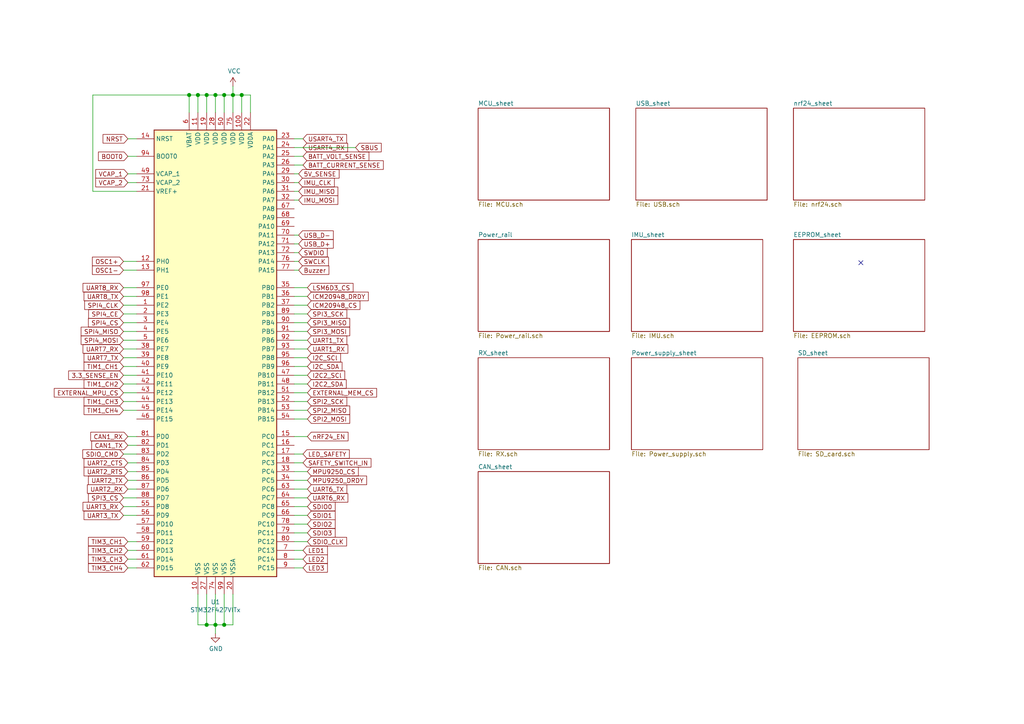
<source format=kicad_sch>
(kicad_sch (version 20200828) (generator eeschema)
  (page 1 11)
  (paper "A4")
  (lib_symbols
    (symbol "MCU_ST_STM32F4:STM32F427VITx"
      (property "Reference" "U" (at -17.78 64.77 0))
      (property "Value" "STM32F427VITx" (at 12.7 64.77 0))
      (symbol "STM32F427VITx_0_1"
        (rectangle (start -17.78 -66.04) (end 17.78 63.5) (stroke (width 0.254)) (fill (type background)))
      )
      (symbol "STM32F427VITx_1_1"
        (pin input line (at -22.86 55.88 0) (length 5.08) (name "BOOT0") (number "94"))
        (pin input line (at -22.86 60.96 0) (length 5.08) (name "NRST") (number "14"))
        (pin bidirectional line (at 22.86 60.96 180) (length 5.08) (name "PA0") (number "23"))
        (pin bidirectional line (at 22.86 58.42 180) (length 5.08) (name "PA1") (number "24"))
        (pin bidirectional line (at 22.86 35.56 180) (length 5.08) (name "PA10") (number "69"))
        (pin bidirectional line (at 22.86 33.02 180) (length 5.08) (name "PA11") (number "70"))
        (pin bidirectional line (at 22.86 30.48 180) (length 5.08) (name "PA12") (number "71"))
        (pin bidirectional line (at 22.86 27.94 180) (length 5.08) (name "PA13") (number "72"))
        (pin bidirectional line (at 22.86 25.4 180) (length 5.08) (name "PA14") (number "76"))
        (pin bidirectional line (at 22.86 22.86 180) (length 5.08) (name "PA15") (number "77"))
        (pin bidirectional line (at 22.86 55.88 180) (length 5.08) (name "PA2") (number "25"))
        (pin bidirectional line (at 22.86 53.34 180) (length 5.08) (name "PA3") (number "26"))
        (pin bidirectional line (at 22.86 50.8 180) (length 5.08) (name "PA4") (number "29"))
        (pin bidirectional line (at 22.86 48.26 180) (length 5.08) (name "PA5") (number "30"))
        (pin bidirectional line (at 22.86 45.72 180) (length 5.08) (name "PA6") (number "31"))
        (pin bidirectional line (at 22.86 43.18 180) (length 5.08) (name "PA7") (number "32"))
        (pin bidirectional line (at 22.86 40.64 180) (length 5.08) (name "PA8") (number "67"))
        (pin bidirectional line (at 22.86 38.1 180) (length 5.08) (name "PA9") (number "68"))
        (pin bidirectional line (at 22.86 17.78 180) (length 5.08) (name "PB0") (number "35"))
        (pin bidirectional line (at 22.86 15.24 180) (length 5.08) (name "PB1") (number "36"))
        (pin bidirectional line (at 22.86 -7.62 180) (length 5.08) (name "PB10") (number "47"))
        (pin bidirectional line (at 22.86 -10.16 180) (length 5.08) (name "PB11") (number "48"))
        (pin bidirectional line (at 22.86 -12.7 180) (length 5.08) (name "PB12") (number "51"))
        (pin bidirectional line (at 22.86 -15.24 180) (length 5.08) (name "PB13") (number "52"))
        (pin bidirectional line (at 22.86 -17.78 180) (length 5.08) (name "PB14") (number "53"))
        (pin bidirectional line (at 22.86 -20.32 180) (length 5.08) (name "PB15") (number "54"))
        (pin bidirectional line (at 22.86 12.7 180) (length 5.08) (name "PB2") (number "37"))
        (pin bidirectional line (at 22.86 10.16 180) (length 5.08) (name "PB3") (number "89"))
        (pin bidirectional line (at 22.86 7.62 180) (length 5.08) (name "PB4") (number "90"))
        (pin bidirectional line (at 22.86 5.08 180) (length 5.08) (name "PB5") (number "91"))
        (pin bidirectional line (at 22.86 2.54 180) (length 5.08) (name "PB6") (number "92"))
        (pin bidirectional line (at 22.86 0 180) (length 5.08) (name "PB7") (number "93"))
        (pin bidirectional line (at 22.86 -2.54 180) (length 5.08) (name "PB8") (number "95"))
        (pin bidirectional line (at 22.86 -5.08 180) (length 5.08) (name "PB9") (number "96"))
        (pin bidirectional line (at 22.86 -25.4 180) (length 5.08) (name "PC0") (number "15"))
        (pin bidirectional line (at 22.86 -27.94 180) (length 5.08) (name "PC1") (number "16"))
        (pin bidirectional line (at 22.86 -50.8 180) (length 5.08) (name "PC10") (number "78"))
        (pin bidirectional line (at 22.86 -53.34 180) (length 5.08) (name "PC11") (number "79"))
        (pin bidirectional line (at 22.86 -55.88 180) (length 5.08) (name "PC12") (number "80"))
        (pin bidirectional line (at 22.86 -58.42 180) (length 5.08) (name "PC13") (number "7"))
        (pin bidirectional line (at 22.86 -60.96 180) (length 5.08) (name "PC14") (number "8"))
        (pin bidirectional line (at 22.86 -63.5 180) (length 5.08) (name "PC15") (number "9"))
        (pin bidirectional line (at 22.86 -30.48 180) (length 5.08) (name "PC2") (number "17"))
        (pin bidirectional line (at 22.86 -33.02 180) (length 5.08) (name "PC3") (number "18"))
        (pin bidirectional line (at 22.86 -35.56 180) (length 5.08) (name "PC4") (number "33"))
        (pin bidirectional line (at 22.86 -38.1 180) (length 5.08) (name "PC5") (number "34"))
        (pin bidirectional line (at 22.86 -40.64 180) (length 5.08) (name "PC6") (number "63"))
        (pin bidirectional line (at 22.86 -43.18 180) (length 5.08) (name "PC7") (number "64"))
        (pin bidirectional line (at 22.86 -45.72 180) (length 5.08) (name "PC8") (number "65"))
        (pin bidirectional line (at 22.86 -48.26 180) (length 5.08) (name "PC9") (number "66"))
        (pin bidirectional line (at -22.86 -25.4 0) (length 5.08) (name "PD0") (number "81"))
        (pin bidirectional line (at -22.86 -27.94 0) (length 5.08) (name "PD1") (number "82"))
        (pin bidirectional line (at -22.86 -50.8 0) (length 5.08) (name "PD10") (number "57"))
        (pin bidirectional line (at -22.86 -53.34 0) (length 5.08) (name "PD11") (number "58"))
        (pin bidirectional line (at -22.86 -55.88 0) (length 5.08) (name "PD12") (number "59"))
        (pin bidirectional line (at -22.86 -58.42 0) (length 5.08) (name "PD13") (number "60"))
        (pin bidirectional line (at -22.86 -60.96 0) (length 5.08) (name "PD14") (number "61"))
        (pin bidirectional line (at -22.86 -63.5 0) (length 5.08) (name "PD15") (number "62"))
        (pin bidirectional line (at -22.86 -30.48 0) (length 5.08) (name "PD2") (number "83"))
        (pin bidirectional line (at -22.86 -33.02 0) (length 5.08) (name "PD3") (number "84"))
        (pin bidirectional line (at -22.86 -35.56 0) (length 5.08) (name "PD4") (number "85"))
        (pin bidirectional line (at -22.86 -38.1 0) (length 5.08) (name "PD5") (number "86"))
        (pin bidirectional line (at -22.86 -40.64 0) (length 5.08) (name "PD6") (number "87"))
        (pin bidirectional line (at -22.86 -43.18 0) (length 5.08) (name "PD7") (number "88"))
        (pin bidirectional line (at -22.86 -45.72 0) (length 5.08) (name "PD8") (number "55"))
        (pin bidirectional line (at -22.86 -48.26 0) (length 5.08) (name "PD9") (number "56"))
        (pin bidirectional line (at -22.86 17.78 0) (length 5.08) (name "PE0") (number "97"))
        (pin bidirectional line (at -22.86 15.24 0) (length 5.08) (name "PE1") (number "98"))
        (pin bidirectional line (at -22.86 -7.62 0) (length 5.08) (name "PE10") (number "41"))
        (pin bidirectional line (at -22.86 -10.16 0) (length 5.08) (name "PE11") (number "42"))
        (pin bidirectional line (at -22.86 -12.7 0) (length 5.08) (name "PE12") (number "43"))
        (pin bidirectional line (at -22.86 -15.24 0) (length 5.08) (name "PE13") (number "44"))
        (pin bidirectional line (at -22.86 -17.78 0) (length 5.08) (name "PE14") (number "45"))
        (pin bidirectional line (at -22.86 -20.32 0) (length 5.08) (name "PE15") (number "46"))
        (pin bidirectional line (at -22.86 12.7 0) (length 5.08) (name "PE2") (number "1"))
        (pin bidirectional line (at -22.86 10.16 0) (length 5.08) (name "PE3") (number "2"))
        (pin bidirectional line (at -22.86 7.62 0) (length 5.08) (name "PE4") (number "3"))
        (pin bidirectional line (at -22.86 5.08 0) (length 5.08) (name "PE5") (number "4"))
        (pin bidirectional line (at -22.86 2.54 0) (length 5.08) (name "PE6") (number "5"))
        (pin bidirectional line (at -22.86 0 0) (length 5.08) (name "PE7") (number "38"))
        (pin bidirectional line (at -22.86 -2.54 0) (length 5.08) (name "PE8") (number "39"))
        (pin bidirectional line (at -22.86 -5.08 0) (length 5.08) (name "PE9") (number "40"))
        (pin input line (at -22.86 25.4 0) (length 5.08) (name "PH0") (number "12"))
        (pin input line (at -22.86 22.86 0) (length 5.08) (name "PH1") (number "13"))
        (pin power_in line (at -7.62 68.58 270) (length 5.08) (name "VBAT") (number "6"))
        (pin power_in line (at -22.86 50.8 0) (length 5.08) (name "VCAP_1") (number "49"))
        (pin power_in line (at -22.86 48.26 0) (length 5.08) (name "VCAP_2") (number "73"))
        (pin power_in line (at 7.62 68.58 270) (length 5.08) (name "VDD") (number "100"))
        (pin power_in line (at -5.08 68.58 270) (length 5.08) (name "VDD") (number "11"))
        (pin power_in line (at -2.54 68.58 270) (length 5.08) (name "VDD") (number "19"))
        (pin power_in line (at 0 68.58 270) (length 5.08) (name "VDD") (number "28"))
        (pin power_in line (at 2.54 68.58 270) (length 5.08) (name "VDD") (number "50"))
        (pin power_in line (at 5.08 68.58 270) (length 5.08) (name "VDD") (number "75"))
        (pin power_in line (at 10.16 68.58 270) (length 5.08) (name "VDDA") (number "22"))
        (pin power_in line (at -22.86 45.72 0) (length 5.08) (name "VREF+") (number "21"))
        (pin power_in line (at -5.08 -71.12 90) (length 5.08) (name "VSS") (number "10"))
        (pin power_in line (at -2.54 -71.12 90) (length 5.08) (name "VSS") (number "27"))
        (pin power_in line (at 0 -71.12 90) (length 5.08) (name "VSS") (number "74"))
        (pin power_in line (at 2.54 -71.12 90) (length 5.08) (name "VSS") (number "99"))
        (pin power_in line (at 5.08 -71.12 90) (length 5.08) (name "VSSA") (number "20"))
      )
    )
    (symbol "power:GND" (power) (pin_names (offset 0))
      (property "Value" "GND" (at 0 -3.81 0))
      (symbol "GND_0_1"
        (polyline (pts (xy 0 0) (xy 0 -1.27) (xy 1.27 -1.27) (xy 0 -2.54) (xy -1.27 -1.27) (xy 0 -1.27)))
      )
      (symbol "GND_1_1"
        (pin power_in line (at 0 0 270) (length 0) hide (name "GND") (number "1"))
      )
    )
    (symbol "power:VCC" (power) (pin_names (offset 0))
      (property "Value" "VCC" (at 0 3.81 0))
      (symbol "VCC_0_1"
        (polyline (pts (xy -0.762 1.27) (xy 0 2.54)))
        (polyline (pts (xy 0 0) (xy 0 2.54)))
        (polyline (pts (xy 0 2.54) (xy 0.762 1.27)))
      )
      (symbol "VCC_1_1"
        (pin power_in line (at 0 0 90) (length 0) hide (name "VCC") (number "1"))
      )
    )
  )
  (junction (at 54.864 27.559) (diameter 1.016))
  (junction (at 57.404 27.559) (diameter 1.016))
  (junction (at 59.944 27.559) (diameter 1.016))
  (junction (at 59.944 181.229) (diameter 1.016))
  (junction (at 62.484 27.559) (diameter 1.016))
  (junction (at 62.484 181.229) (diameter 1.016))
  (junction (at 65.024 27.559) (diameter 1.016))
  (junction (at 65.024 181.229) (diameter 1.016))
  (junction (at 67.564 27.559) (diameter 1.016))
  (junction (at 70.104 27.559) (diameter 1.016))
  (no_connect (at 249.682 76.2))
  (wire (pts (xy 26.924 27.559) (xy 54.864 27.559)))
  (wire (pts (xy 26.924 55.499) (xy 26.924 27.559)))
  (wire (pts (xy 35.814 78.359) (xy 39.624 78.359)))
  (wire (pts (xy 35.814 83.439) (xy 39.624 83.439)))
  (wire (pts (xy 35.814 85.979) (xy 39.624 85.979)))
  (wire (pts (xy 35.814 91.059) (xy 39.624 91.059)))
  (wire (pts (xy 35.814 101.219) (xy 39.624 101.219)))
  (wire (pts (xy 35.814 103.759) (xy 39.624 103.759)))
  (wire (pts (xy 35.814 108.839) (xy 39.624 108.839)))
  (wire (pts (xy 35.814 111.379) (xy 39.624 111.379)))
  (wire (pts (xy 35.814 113.919) (xy 39.624 113.919)))
  (wire (pts (xy 35.814 116.459) (xy 39.624 116.459)))
  (wire (pts (xy 35.814 131.699) (xy 39.624 131.699)))
  (wire (pts (xy 37.084 40.259) (xy 39.624 40.259)))
  (wire (pts (xy 37.084 52.959) (xy 39.624 52.959)))
  (wire (pts (xy 37.084 126.619) (xy 39.624 126.619)))
  (wire (pts (xy 37.084 134.239) (xy 39.624 134.239)))
  (wire (pts (xy 37.084 136.779) (xy 39.624 136.779)))
  (wire (pts (xy 37.084 141.859) (xy 39.624 141.859)))
  (wire (pts (xy 37.084 157.099) (xy 39.624 157.099)))
  (wire (pts (xy 39.624 45.339) (xy 37.084 45.339)))
  (wire (pts (xy 39.624 50.419) (xy 37.084 50.419)))
  (wire (pts (xy 39.624 55.499) (xy 26.924 55.499)))
  (wire (pts (xy 39.624 75.819) (xy 35.814 75.819)))
  (wire (pts (xy 39.624 88.519) (xy 35.814 88.519)))
  (wire (pts (xy 39.624 93.599) (xy 35.814 93.599)))
  (wire (pts (xy 39.624 96.139) (xy 35.814 96.139)))
  (wire (pts (xy 39.624 98.679) (xy 35.814 98.679)))
  (wire (pts (xy 39.624 106.299) (xy 35.814 106.299)))
  (wire (pts (xy 39.624 118.999) (xy 35.814 118.999)))
  (wire (pts (xy 39.624 129.159) (xy 37.084 129.159)))
  (wire (pts (xy 39.624 139.319) (xy 37.084 139.319)))
  (wire (pts (xy 39.624 144.399) (xy 35.814 144.399)))
  (wire (pts (xy 39.624 146.939) (xy 35.814 146.939)))
  (wire (pts (xy 39.624 149.479) (xy 35.814 149.479)))
  (wire (pts (xy 39.624 159.639) (xy 37.084 159.639)))
  (wire (pts (xy 39.624 162.179) (xy 37.084 162.179)))
  (wire (pts (xy 39.624 164.719) (xy 37.084 164.719)))
  (wire (pts (xy 54.864 27.559) (xy 57.404 27.559)))
  (wire (pts (xy 54.864 32.639) (xy 54.864 27.559)))
  (wire (pts (xy 57.404 27.559) (xy 59.944 27.559)))
  (wire (pts (xy 57.404 32.639) (xy 57.404 27.559)))
  (wire (pts (xy 57.404 181.229) (xy 57.404 172.339)))
  (wire (pts (xy 59.944 27.559) (xy 62.484 27.559)))
  (wire (pts (xy 59.944 32.639) (xy 59.944 27.559)))
  (wire (pts (xy 59.944 172.339) (xy 59.944 181.229)))
  (wire (pts (xy 59.944 181.229) (xy 57.404 181.229)))
  (wire (pts (xy 62.484 27.559) (xy 65.024 27.559)))
  (wire (pts (xy 62.484 32.639) (xy 62.484 27.559)))
  (wire (pts (xy 62.484 172.339) (xy 62.484 181.229)))
  (wire (pts (xy 62.484 181.229) (xy 59.944 181.229)))
  (wire (pts (xy 62.484 181.229) (xy 62.484 183.769)))
  (wire (pts (xy 62.484 181.229) (xy 65.024 181.229)))
  (wire (pts (xy 65.024 27.559) (xy 67.564 27.559)))
  (wire (pts (xy 65.024 32.639) (xy 65.024 27.559)))
  (wire (pts (xy 65.024 172.339) (xy 65.024 181.229)))
  (wire (pts (xy 65.024 181.229) (xy 67.564 181.229)))
  (wire (pts (xy 67.564 25.019) (xy 67.564 27.559)))
  (wire (pts (xy 67.564 27.559) (xy 70.104 27.559)))
  (wire (pts (xy 67.564 32.639) (xy 67.564 27.559)))
  (wire (pts (xy 67.564 181.229) (xy 67.564 172.339)))
  (wire (pts (xy 70.104 27.559) (xy 72.644 27.559)))
  (wire (pts (xy 70.104 32.639) (xy 70.104 27.559)))
  (wire (pts (xy 72.644 27.559) (xy 72.644 32.639)))
  (wire (pts (xy 85.344 40.259) (xy 87.884 40.259)))
  (wire (pts (xy 85.344 42.799) (xy 103.124 42.799)))
  (wire (pts (xy 85.344 45.339) (xy 87.884 45.339)))
  (wire (pts (xy 85.344 50.419) (xy 86.614 50.419)))
  (wire (pts (xy 85.344 68.199) (xy 86.614 68.199)))
  (wire (pts (xy 85.344 70.739) (xy 86.614 70.739)))
  (wire (pts (xy 85.344 73.279) (xy 86.614 73.279)))
  (wire (pts (xy 85.344 75.819) (xy 86.614 75.819)))
  (wire (pts (xy 85.344 83.439) (xy 89.154 83.439)))
  (wire (pts (xy 85.344 85.979) (xy 89.154 85.979)))
  (wire (pts (xy 85.344 88.519) (xy 89.154 88.519)))
  (wire (pts (xy 85.344 91.059) (xy 89.154 91.059)))
  (wire (pts (xy 85.344 93.599) (xy 89.154 93.599)))
  (wire (pts (xy 85.344 96.139) (xy 89.154 96.139)))
  (wire (pts (xy 85.344 98.679) (xy 89.154 98.679)))
  (wire (pts (xy 85.344 101.219) (xy 89.154 101.219)))
  (wire (pts (xy 85.344 103.759) (xy 89.154 103.759)))
  (wire (pts (xy 85.344 106.299) (xy 89.154 106.299)))
  (wire (pts (xy 85.344 108.839) (xy 89.154 108.839)))
  (wire (pts (xy 85.344 111.379) (xy 89.154 111.379)))
  (wire (pts (xy 85.344 113.919) (xy 89.154 113.919)))
  (wire (pts (xy 85.344 116.459) (xy 89.154 116.459)))
  (wire (pts (xy 85.344 118.999) (xy 89.154 118.999)))
  (wire (pts (xy 85.344 131.699) (xy 87.884 131.699)))
  (wire (pts (xy 85.344 134.239) (xy 87.884 134.239)))
  (wire (pts (xy 85.344 141.859) (xy 89.154 141.859)))
  (wire (pts (xy 85.344 144.399) (xy 89.154 144.399)))
  (wire (pts (xy 85.344 146.939) (xy 89.154 146.939)))
  (wire (pts (xy 85.344 159.639) (xy 87.884 159.639)))
  (wire (pts (xy 86.614 52.959) (xy 85.344 52.959)))
  (wire (pts (xy 86.614 55.499) (xy 85.344 55.499)))
  (wire (pts (xy 86.614 58.039) (xy 85.344 58.039)))
  (wire (pts (xy 86.614 78.359) (xy 85.344 78.359)))
  (wire (pts (xy 87.884 47.879) (xy 85.344 47.879)))
  (wire (pts (xy 87.884 162.179) (xy 85.344 162.179)))
  (wire (pts (xy 87.884 164.719) (xy 85.344 164.719)))
  (wire (pts (xy 89.154 121.539) (xy 85.344 121.539)))
  (wire (pts (xy 89.154 126.619) (xy 85.344 126.619)))
  (wire (pts (xy 89.154 136.779) (xy 85.344 136.779)))
  (wire (pts (xy 89.154 139.319) (xy 85.344 139.319)))
  (wire (pts (xy 89.154 149.479) (xy 85.344 149.479)))
  (wire (pts (xy 89.154 152.019) (xy 85.344 152.019)))
  (wire (pts (xy 89.154 154.559) (xy 85.344 154.559)))
  (wire (pts (xy 89.154 157.099) (xy 85.344 157.099)))
  (global_label "OSC1+" (shape input) (at 35.814 75.819 180))
  (global_label "OSC1-" (shape input) (at 35.814 78.359 180))
  (global_label "UART8_RX" (shape input) (at 35.814 83.439 180))
  (global_label "UART8_TX" (shape input) (at 35.814 85.979 180))
  (global_label "SPI4_CLK" (shape input) (at 35.814 88.519 180))
  (global_label "SPI4_CE" (shape input) (at 35.814 91.059 180))
  (global_label "SPI4_CS" (shape input) (at 35.814 93.599 180))
  (global_label "SPI4_MISO" (shape input) (at 35.814 96.139 180))
  (global_label "SPI4_MOSI" (shape input) (at 35.814 98.679 180))
  (global_label "UART7_RX" (shape input) (at 35.814 101.219 180))
  (global_label "UART7_TX" (shape input) (at 35.814 103.759 180))
  (global_label "TIM1_CH1" (shape input) (at 35.814 106.299 180))
  (global_label "3.3_SENSE_EN" (shape input) (at 35.814 108.839 180))
  (global_label "TIM1_CH2" (shape input) (at 35.814 111.379 180))
  (global_label "EXTERNAL_MPU_CS" (shape input) (at 35.814 113.919 180))
  (global_label "TIM1_CH3" (shape input) (at 35.814 116.459 180))
  (global_label "TIM1_CH4" (shape input) (at 35.814 118.999 180))
  (global_label "SDIO_CMD" (shape input) (at 35.814 131.699 180))
  (global_label "SPI3_CS" (shape input) (at 35.814 144.399 180))
  (global_label "UART3_RX" (shape input) (at 35.814 146.939 180))
  (global_label "UART3_TX" (shape input) (at 35.814 149.479 180))
  (global_label "NRST" (shape input) (at 37.084 40.259 180))
  (global_label "BOOT0" (shape input) (at 37.084 45.339 180))
  (global_label "VCAP_1" (shape input) (at 37.084 50.419 180))
  (global_label "VCAP_2" (shape input) (at 37.084 52.959 180))
  (global_label "CAN1_RX" (shape input) (at 37.084 126.619 180))
  (global_label "CAN1_TX" (shape input) (at 37.084 129.159 180))
  (global_label "UART2_CTS" (shape input) (at 37.084 134.239 180))
  (global_label "UART2_RTS" (shape input) (at 37.084 136.779 180))
  (global_label "UART2_TX" (shape input) (at 37.084 139.319 180))
  (global_label "UART2_RX" (shape input) (at 37.084 141.859 180))
  (global_label "TIM3_CH1" (shape input) (at 37.084 157.099 180))
  (global_label "TIM3_CH2" (shape input) (at 37.084 159.639 180))
  (global_label "TIM3_CH3" (shape input) (at 37.084 162.179 180))
  (global_label "TIM3_CH4" (shape input) (at 37.084 164.719 180))
  (global_label "5V_SENSE" (shape input) (at 86.614 50.419 0))
  (global_label "IMU_CLK" (shape input) (at 86.614 52.959 0))
  (global_label "IMU_MISO" (shape input) (at 86.614 55.499 0))
  (global_label "IMU_MOSI" (shape input) (at 86.614 58.039 0))
  (global_label "USB_D-" (shape input) (at 86.614 68.199 0))
  (global_label "USB_D+" (shape input) (at 86.614 70.739 0))
  (global_label "SWDIO" (shape input) (at 86.614 73.279 0))
  (global_label "SWCLK" (shape input) (at 86.614 75.819 0))
  (global_label "Buzzer" (shape input) (at 86.614 78.359 0))
  (global_label "USART4_TX" (shape input) (at 87.884 40.259 0))
  (global_label "USART4_RX" (shape input) (at 87.884 42.799 0))
  (global_label "BATT_VOLT_SENSE" (shape input) (at 87.884 45.339 0))
  (global_label "BATT_CURRENT_SENSE" (shape input) (at 87.884 47.879 0))
  (global_label "LED_SAFETY" (shape input) (at 87.884 131.699 0))
  (global_label "SAFETY_SWITCH_IN" (shape input) (at 87.884 134.239 0))
  (global_label "LED1" (shape input) (at 87.884 159.639 0))
  (global_label "LED2" (shape input) (at 87.884 162.179 0))
  (global_label "LED3" (shape input) (at 87.884 164.719 0))
  (global_label "LSM6D3_CS" (shape input) (at 89.154 83.439 0))
  (global_label "ICM20948_DRDY" (shape input) (at 89.154 85.979 0))
  (global_label "ICM20948_CS" (shape input) (at 89.154 88.519 0))
  (global_label "SPI3_SCK" (shape input) (at 89.154 91.059 0))
  (global_label "SPI3_MISO" (shape input) (at 89.154 93.599 0))
  (global_label "SPI3_MOSI" (shape input) (at 89.154 96.139 0))
  (global_label "UART1_TX" (shape input) (at 89.154 98.679 0))
  (global_label "UART1_RX" (shape input) (at 89.154 101.219 0))
  (global_label "I2C_SCl" (shape input) (at 89.154 103.759 0))
  (global_label "I2C_SDA" (shape input) (at 89.154 106.299 0))
  (global_label "I2C2_SCl" (shape input) (at 89.154 108.839 0))
  (global_label "I2C2_SDA" (shape input) (at 89.154 111.379 0))
  (global_label "EXTERNAL_MEM_CS" (shape input) (at 89.154 113.919 0))
  (global_label "SPI2_SCK" (shape input) (at 89.154 116.459 0))
  (global_label "SPI2_MISO" (shape input) (at 89.154 118.999 0))
  (global_label "SPI2_MOSI" (shape input) (at 89.154 121.539 0))
  (global_label "nRF24_EN" (shape input) (at 89.154 126.619 0))
  (global_label "MPU9250_CS" (shape input) (at 89.154 136.779 0))
  (global_label "MPU9250_DRDY" (shape input) (at 89.154 139.319 0))
  (global_label "UART6_TX" (shape input) (at 89.154 141.859 0))
  (global_label "UART6_RX" (shape input) (at 89.154 144.399 0))
  (global_label "SDIO0" (shape input) (at 89.154 146.939 0))
  (global_label "SDIO1" (shape input) (at 89.154 149.479 0))
  (global_label "SDIO2" (shape input) (at 89.154 152.019 0))
  (global_label "SDIO3" (shape input) (at 89.154 154.559 0))
  (global_label "SDIO_CLK" (shape input) (at 89.154 157.099 0))
  (global_label "SBUS" (shape input) (at 103.124 42.799 0))
  (symbol (lib_id "power:VCC") (at 67.564 25.019 0) (unit 1)
    (property "Reference" "#PWR0101" (effects hide))
    (property "Value" "VCC" (at 67.945 20.6248 0))
  )
  (symbol (lib_id "power:GND") (at 62.484 183.769 0) (unit 1)
    (property "Reference" "#PWR0102" (effects hide))
    (property "Value" "GND" (at 62.611 188.1632 0))
  )
  (symbol (lib_id "MCU_ST_STM32F4:STM32F427VITx") (at 62.484 101.219 0) (unit 1)
    (property "Reference" "U1" (at 62.484 174.5996 0))
    (property "Value" "STM32F427VITx" (at 62.484 176.911 0))
    (property "Footprint" "Package_QFP:LQFP-100_14x14mm_P0.5mm" (effects hide))
    (property "Datasheet" "http://www.st.com/st-web-ui/static/active/en/resource/technical/document/datasheet/DM00071990.pdf" (effects hide))
  )
  (sheet (at 138.684 136.779) (size 38.1 26.67)
    (property "Sheet name" "CAN_sheet" (at 138.684 136.1435 0) (effects (justify left bottom)))
    (property "Sheet file" "CAN.sch" (at 138.684 163.9575 0) (effects (justify left top)))
  )
  (sheet (at 230.124 69.469) (size 38.1 26.67)
    (property "Sheet name" "EEPROM_sheet" (at 230.124 68.8335 0) (effects (justify left bottom)))
    (property "Sheet file" "EEPROM.sch" (at 230.124 96.6475 0) (effects (justify left top)))
  )
  (sheet (at 183.134 69.469) (size 38.1 26.67)
    (property "Sheet name" "IMU_sheet" (at 183.134 68.8335 0) (effects (justify left bottom)))
    (property "Sheet file" "IMU.sch" (at 183.134 96.6475 0) (effects (justify left top)))
  )
  (sheet (at 138.684 31.369) (size 38.1 26.67)
    (property "Sheet name" "MCU_sheet" (at 138.684 30.7335 0) (effects (justify left bottom)))
    (property "Sheet file" "MCU.sch" (at 138.684 58.5475 0) (effects (justify left top)))
  )
  (sheet (at 138.684 69.469) (size 38.1 26.67)
    (property "Sheet name" "Power_rail" (at 138.684 68.8335 0) (effects (justify left bottom)))
    (property "Sheet file" "Power_rail.sch" (at 138.684 96.6475 0) (effects (justify left top)))
  )
  (sheet (at 183.134 103.759) (size 38.1 26.67)
    (property "Sheet name" "Power_supply_sheet" (at 183.134 103.1235 0) (effects (justify left bottom)))
    (property "Sheet file" "Power_supply.sch" (at 183.134 130.9375 0) (effects (justify left top)))
  )
  (sheet (at 138.684 103.759) (size 38.1 26.67)
    (property "Sheet name" "RX_sheet" (at 138.684 103.1235 0) (effects (justify left bottom)))
    (property "Sheet file" "RX.sch" (at 138.684 130.9375 0) (effects (justify left top)))
  )
  (sheet (at 231.394 103.759) (size 38.1 26.67)
    (property "Sheet name" "SD_sheet" (at 231.394 103.1235 0) (effects (justify left bottom)))
    (property "Sheet file" "SD_card.sch" (at 231.394 130.9375 0) (effects (justify left top)))
  )
  (sheet (at 184.404 31.369) (size 38.1 26.67)
    (property "Sheet name" "USB_sheet" (at 184.404 30.7335 0) (effects (justify left bottom)))
    (property "Sheet file" "USB.sch" (at 184.404 58.5475 0) (effects (justify left top)))
  )
  (sheet (at 230.124 31.369) (size 38.1 26.67)
    (property "Sheet name" "nrf24_sheet" (at 230.124 30.7335 0) (effects (justify left bottom)))
    (property "Sheet file" "nrf24.sch" (at 230.124 58.5475 0) (effects (justify left top)))
  )
)
</source>
